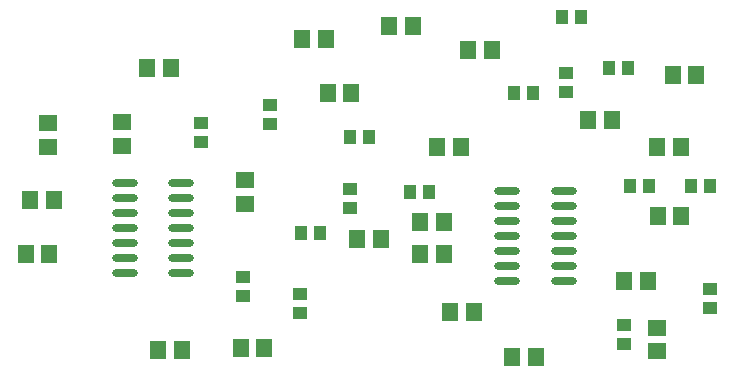
<source format=gtp>
G04*
G04 #@! TF.GenerationSoftware,Altium Limited,Altium Designer,20.0.2 (26)*
G04*
G04 Layer_Color=8421504*
%FSLAX25Y25*%
%MOIN*%
G70*
G01*
G75*
%ADD15R,0.03937X0.05118*%
%ADD16R,0.05118X0.03937*%
%ADD17R,0.05906X0.05512*%
%ADD18R,0.05512X0.05906*%
%ADD19O,0.08661X0.02362*%
D15*
X332650Y194000D02*
D03*
X326350D02*
D03*
X462650Y209500D02*
D03*
X456350D02*
D03*
X349000Y226000D02*
D03*
X342701D02*
D03*
X369000Y207500D02*
D03*
X362701D02*
D03*
X435850Y209500D02*
D03*
X442150D02*
D03*
X403500Y240500D02*
D03*
X397201D02*
D03*
X419500Y266000D02*
D03*
X413201D02*
D03*
X435150Y249000D02*
D03*
X428850D02*
D03*
D16*
X342500Y202350D02*
D03*
Y208650D02*
D03*
X434000Y163150D02*
D03*
Y156850D02*
D03*
X462500Y175299D02*
D03*
Y169000D02*
D03*
X293000Y230650D02*
D03*
Y224350D02*
D03*
X307000Y179150D02*
D03*
Y172850D02*
D03*
X414500Y241000D02*
D03*
Y247299D02*
D03*
X316000Y236500D02*
D03*
Y230201D02*
D03*
X326000Y167350D02*
D03*
Y173650D02*
D03*
D17*
X242000Y222626D02*
D03*
Y230500D02*
D03*
X266500Y223063D02*
D03*
Y230937D02*
D03*
X445000Y162374D02*
D03*
Y154500D02*
D03*
X307500Y211500D02*
D03*
Y203626D02*
D03*
D18*
X445000Y222500D02*
D03*
X452874D02*
D03*
X366063Y197500D02*
D03*
X373937D02*
D03*
X366063Y187000D02*
D03*
X373937D02*
D03*
X396563Y152500D02*
D03*
X404437D02*
D03*
X445126Y199500D02*
D03*
X453000D02*
D03*
X345000Y192000D02*
D03*
X352874D02*
D03*
X371563Y222500D02*
D03*
X379437D02*
D03*
X434063Y178000D02*
D03*
X441937D02*
D03*
X376063Y167500D02*
D03*
X383937D02*
D03*
X382063Y255000D02*
D03*
X389937D02*
D03*
X275063Y249000D02*
D03*
X282937D02*
D03*
X355563Y263000D02*
D03*
X363437D02*
D03*
X236000Y205000D02*
D03*
X243874D02*
D03*
X234500Y187000D02*
D03*
X242374D02*
D03*
X286500Y155000D02*
D03*
X278626D02*
D03*
X326563Y258500D02*
D03*
X334437D02*
D03*
X450126Y246500D02*
D03*
X458000D02*
D03*
X335126Y240500D02*
D03*
X343000D02*
D03*
X306126Y155500D02*
D03*
X314000D02*
D03*
X422063Y231500D02*
D03*
X429937D02*
D03*
D19*
X395051Y208000D02*
D03*
Y203000D02*
D03*
Y198000D02*
D03*
Y193000D02*
D03*
Y188000D02*
D03*
Y183000D02*
D03*
Y178000D02*
D03*
X413949Y208000D02*
D03*
Y203000D02*
D03*
Y198000D02*
D03*
Y193000D02*
D03*
Y188000D02*
D03*
Y183000D02*
D03*
Y178000D02*
D03*
X267500Y210500D02*
D03*
Y205500D02*
D03*
Y200500D02*
D03*
Y195500D02*
D03*
Y190500D02*
D03*
Y185500D02*
D03*
Y180500D02*
D03*
X286398Y210500D02*
D03*
Y205500D02*
D03*
Y200500D02*
D03*
Y195500D02*
D03*
Y190500D02*
D03*
Y185500D02*
D03*
Y180500D02*
D03*
M02*

</source>
